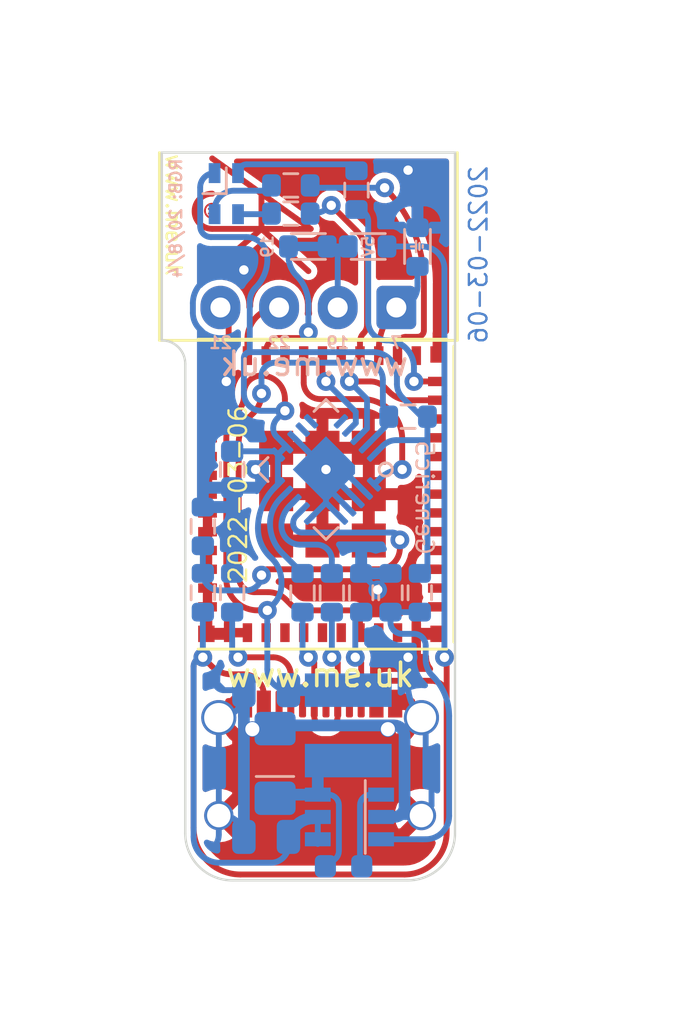
<source format=kicad_pcb>
(kicad_pcb (version 20211014) (generator pcbnew)
  (title_block (title "Generic ESP32-PICO-MINI Module") (date "${DATE}") (rev "1") (company "Adrian Kennard, Andrews & Arnold Ltd"))
  (layers (0 "F.Cu" signal) (31 "B.Cu" signal) (34 "B.Paste" user) (35 "F.Paste" user) (36 "B.SilkS" user "B.Silkscreen") (37 "F.SilkS" user "F.Silkscreen") (38 "B.Mask" user) (39 "F.Mask" user) (44 "Edge.Cuts" user))
  (property "DATE" "2022-03-06")
  (net 0 "")
  (net 1 "GND")
  (net 2 "VBUS")
  (net 3 "+3V3")
  (net 4 "IO2")
  (net 5 "IO1")
  (net 6 "IO4")
  (net 7 "IO3")
  (net 11 "Net-(J2-PadA7)")
  (net 12 "Net-(J2-PadA6)")
  (net 13 "Net-(J2-PadB5)")
  (net 14 "R")
  (net 15 "G")
  (net 16 "B")
  (net 17 "D-")
  (net 18 "D+")
  (net 21 "EN")
  (net 24 "GPIO0")
  (net 27 "I")
  (net 28 "O")
  (net 30 "Net-(R10-Pad2)")
  (net 35 "Net-(R11-Pad2)")
  (net 42 "Net-(J2-PadA5)")
  (net 47 "Net-(D1-Pad2)")
  (net 48 "Net-(D1-Pad3)")
  (net 49 "Net-(D1-Pad4)")
  (net 50 "Net-(J1-Pad2)")
  (footprint "RevK:ESP32-PICO-MINI-02" (layer "F.Cu") (at 154.35 35.55 90)
    (fp_text reference "U1" hide)
    (fp_text value "ESP32-PICO-MINI-02")
  )
  (footprint "RevK:USC16-TR-Round" (layer "F.Cu") (at 154.25 51.35)
    (fp_text reference "J2" hide)
    (fp_text value "USB-C")
  )
  (footprint "RevK:Molex_MiniSPOX_H4RA" (layer "F.Cu") (at 153.75 27.6 180)
    (fp_text reference "J1" hide)
    (fp_text value "Conn_01x04")
  )
  (footprint "RevK:AJK" (layer "F.Cu") (at 151.75 24.25 -90)
    (fp_text reference "Logo1" hide)
    (fp_text value "AJK" hide)
  )
  (footprint "RevK:RegulatorBlockFB" (layer "B.Cu") (at 155.5 49.3 90)
    (fp_text reference "U3" hide)
    (fp_text value "LMR16006+FB")
  )
  (footprint "RevK:R_0603" (layer "B.Cu") (at 149.25 39.75 90)
    (fp_text reference "R11" hide)
    (fp_text value "4k7")
  )
  (footprint "RevK:R_0603" (layer "B.Cu") (at 157.25 39.75 -90)
    (fp_text reference "R10" hide)
    (fp_text value "3M 1% or NF")
  )
  (footprint "RevK:R_0603" (layer "B.Cu") (at 153.5 39.75 90)
    (fp_text reference "R7" hide)
    (fp_text value "27R")
  )
  (footprint "RevK:R_0603" (layer "B.Cu") (at 155.8 22.6 -90)
    (fp_text reference "R4" hide)
    (fp_text value "220R")
  )
  (footprint "RevK:Hidden" (layer "B.Cu") (at 151.95 50.15 180)
    (fp_text reference "C3" hide)
    (fp_text value "2.2uF")
  )
  (footprint "RevK:C_0603" (layer "B.Cu") (at 150.5 34.5 -90)
    (fp_text reference "C1" hide)
    (fp_text value "100nF")
  )
  (footprint "RevK:Hidden" (layer "B.Cu") (at 152.33 47.02 -90)
    (fp_text reference "D2" hide)
    (fp_text value "Schottky")
  )
  (footprint "RevK:Hidden" (layer "B.Cu") (at 155.25 51.4 180)
    (fp_text reference "C2" hide)
    (fp_text value "0.1uF")
  )
  (footprint "RevK:Hidden" (layer "B.Cu") (at 151.95 43.9 180)
    (fp_text reference "C4" hide)
    (fp_text value "10uF")
  )
  (footprint "RevK:R_0603" (layer "B.Cu") (at 158 32.25 180)
    (fp_text reference "R1" hide)
    (fp_text value "10k")
  )
  (footprint "RevK:R_0603" (layer "B.Cu") (at 158.5 39.75 -90)
    (fp_text reference "R9" hide)
    (fp_text value "10M 1% or 0R")
  )
  (footprint "RevK:R_0603" (layer "B.Cu") (at 153 23.6)
    (fp_text reference "R3" hide)
    (fp_text value "2K")
  )
  (footprint "RevK:Pad_0603_Open" (layer "B.Cu") (at 158.4 25 -90)
    (fp_text reference "JP1" hide)
    (fp_text value "Jumper_2_Open")
  )
  (footprint "RevK:R_0603" (layer "B.Cu") (at 154.75 39.75 90)
    (fp_text reference "R8" hide)
    (fp_text value "27R")
  )
  (footprint "RevK:R_0603" (layer "B.Cu") (at 149.25 36.925 90)
    (fp_text reference "R12" hide)
    (fp_text value "10k")
  )
  (footprint "RevK:R_0603" (layer "B.Cu") (at 150.5 39.75 90)
    (fp_text reference "R5" hide)
    (fp_text value "5K1")
  )
  (footprint "RevK:Hidden" (layer "B.Cu") (at 155.5 45.4 -90)
    (fp_text reference "L1" hide)
    (fp_text value "6.8uH")
  )
  (footprint "RevK:R_0603" (layer "B.Cu") (at 153 22.4)
    (fp_text reference "R2" hide)
    (fp_text value "680R")
  )
  (footprint "RevK:QFN-20-1EP_4x4mm_P0.5mm_EP2.5x2.5mm" (layer "B.Cu") (at 154.5 34.5 135)
    (fp_text reference "U2" hide)
    (fp_text value "FT231XQ")
  )
  (footprint "RevK:R_0603" (layer "B.Cu") (at 156 39.75 -90)
    (fp_text reference "R6" hide)
    (fp_text value "5K1")
  )
  (footprint "RevK:Pad_0603_Open" (layer "B.Cu") (at 156.3 25 180)
    (fp_text reference "JP2" hide)
    (fp_text value "Jumper_2_Open")
  )
  (footprint "RevK:LED-RGB-1.6x1.6" (layer "B.Cu") (at 150.25 22.75 90)
    (fp_text reference "D1" hide)
    (fp_text value "RGB")
  )
  (footprint "RevK:Pad_0603_Bridged" (layer "B.Cu") (at 153.75 25 180)
    (fp_text reference "JP3" hide)
    (fp_text value "Jumper_2_Bridged")
  )
  (gr_arc (start 160 50) (mid 159.414214 51.414214) (end 158 52) (layer "Edge.Cuts") (width 0.1))
  (gr_arc (start 150.5 52) (mid 149.085786 51.414214) (end 148.5 50) (layer "Edge.Cuts") (width 0.1))
  (gr_line (start 160 50) (end 160 21) (layer "Edge.Cuts") (width 0.1))
  (gr_line (start 150.5 52) (end 158 52) (layer "Edge.Cuts") (width 0.1))
  (gr_line (start 148.5 30) (end 148.5 50) (layer "Edge.Cuts") (width 0.1))
  (gr_line (start 160 21) (end 147.5 21) (layer "Edge.Cuts") (width 0.1))
  (gr_arc (start 147.5 29) (mid 148.207107 29.292893) (end 148.5 30) (layer "Edge.Cuts") (width 0.1))
  (gr_line (start 147.5 21) (end 147.5 29) (layer "Edge.Cuts") (width 0.1))
  (gr_text "${DATE}" (at 161 21.5 90) (layer "B.Cu") (effects (font (size 0.75 0.75) (thickness 0.1)) (justify left mirror)))
  (gr_text "5V" (at 156.3 25 90) (layer "B.SilkS") (effects (font (size 0.5 0.5) (thickness 0.1)) (justify mirror)))
  (gr_text "22" (at 152.5 29.1) (layer "B.SilkS") (effects (font (size 0.5 0.5) (thickness 0.1)) (justify mirror)))
  (gr_text "19" (at 152 25 90) (layer "B.SilkS") (effects (font (size 0.5 0.5) (thickness 0.1)) (justify mirror)))
  (gr_text "19" (at 155 29.1) (layer "B.SilkS") (effects (font (size 0.5 0.5) (thickness 0.1)) (justify mirror)))
  (gr_text "21" (at 150 29.1) (layer "B.SilkS") (effects (font (size 0.5 0.5) (thickness 0.1)) (justify mirror)))
  (gr_text "RGB: 20/8/4" (at 148.1 21.2 90) (layer "B.SilkS") (effects (font (size 0.5 0.5) (thickness 0.1)) (justify left mirror)))
  (gr_text "Generic5" (at 158.7 35.7 270) (layer "B.SilkS") (effects (font (size 0.75 0.75) (thickness 0.1)) (justify mirror)))
  (gr_text "⏚" (at 158.4 25 90) (layer "B.SilkS") (effects (font (size 0.5 0.5) (thickness 0.1)) (justify mirror)))
  (gr_text "www.me.uk" (at 154 30) (layer "B.SilkS") (effects (font (size 1 1)) (justify mirror)))
  (gr_text "7" (at 157.5 29.1) (layer "B.SilkS") (effects (font (size 0.5 0.5) (thickness 0.1)) (justify mirror)))
  (gr_text "www.me.uk" (at 154.25 43.25) (layer "F.SilkS") (effects (font (size 1 1))))
  (segment (start 152.375 33.575) (end 152.375 33.625) (width 0.25) (layer "F.Cu") (net 1))
  (segment (start 152.375 33.625) (end 151.5 34.5) (width 0.25) (layer "F.Cu") (net 1))
  (via (at 150.25 30.75) (size 0.8) (drill 0.4) (layers "F.Cu" "B.Cu") (net 1))
  (via (at 158 42.5) (size 0.8) (drill 0.4) (layers "F.Cu" "B.Cu") (net 1))
  (via (at 154.5 34.5) (size 0.8) (drill 0.4) (layers "F.Cu" "B.Cu") (net 1))
  (via (at 151 26) (size 0.8) (drill 0.4) (layers "F.Cu" "B.Cu") (net 1))
  (via (at 156.704194 39.62276) (size 0.8) (drill 0.4) (layers "F.Cu" "B.Cu") (net 1))
  (via (at 151.5 34.5) (size 0.8) (drill 0.4) (layers "F.Cu" "B.Cu") (net 1))
  (via (at 158 21.75) (size 0.8) (drill 0.4) (layers "F.Cu" "B.Cu") (net 1))
  (segment (start 154.5 35.914214) (end 154.5 34.5) (width 0.25) (layer "B.Cu") (net 1))
  (segment (start 149.93 49.24) (end 149.93 47.68) (width 0.25) (layer "B.Cu") (net 1))
  (segment (start 155.843503 35.843503) (end 154.5 34.5) (width 0.25) (layer "B.Cu") (net 1))
  (segment (start 150.563172 26) (end 151 26) (width 0.25) (layer "B.Cu") (net 1))
  (segment (start 158.75 46.75) (end 159 47) (width 0.25) (layer "B.Cu") (net 1))
  (segment (start 155.207107 34.5) (end 154.5 34.5) (width 0.25) (layer "B.Cu") (net 1))
  (segment (start 149.93 49.24) (end 149.93 50.044731) (width 0.25) (layer "B.Cu") (net 1))
  (segment (start 149.25 28.72071) (end 149.25 36.1) (width 0.25) (layer "B.Cu") (net 1))
  (segment (start 149.93 49.24) (end 150.09 49.24) (width 0.25) (layer "B.Cu") (net 1))
  (segment (start 153.863604 36.55061) (end 154.5 35.914214) (width 0.25) (layer "B.Cu") (net 1))
  (segment (start 153.156497 33.156497) (end 154.375 34.375) (width 0.25) (layer "B.Cu") (net 1))
  (segment (start 155.136396 36.55061) (end 154.5 35.914214) (width 0.25) (layer "B.Cu") (net 1))
  (segment (start 151.36 45.56) (end 152.3075 45.56) (width 0.25) (layer "B.Cu") (net 1))
  (segment (start 151 43.9) (end 151 44) (width 0.25) (layer "B.Cu") (net 1))
  (segment (start 156.197056 35.489949) (end 155.207107 34.5) (width 0.25) (layer "B.Cu") (net 1))
  (segment (start 149.93 46.82) (end 149.93 45.07) (width 0.25) (layer "B.Cu") (net 1))
  (segment (start 150.15 43.9) (end 149.75 43.5) (width 0.25) (layer "B.Cu") (net 1))
  (segment (start 156.006434 38.925) (end 156.704194 39.62276) (width 0.25) (layer "B.Cu") (net 1))
  (segment (start 158.51 49.3) (end 156.85 49.3) (width 0.25) (layer "B.Cu") (net 1))
  (segment (start 149.93 47.68) (end 149.5 47.25) (width 0.25) (layer "B.Cu") (net 1))
  (segment (start 159 47) (end 159 48.81) (width 0.25) (layer "B.Cu") (net 1))
  (segment (start 158.57 45.07) (end 158.75 45.25) (width 0.25) (layer "B.Cu") (net 1))
  (segment (start 159 48.81) (end 158.57 49.24) (width 0.25) (layer "B.Cu") (net 1))
  (segment (start 151 43.9) (end 150.15 43.9) (width 0.25) (layer "B.Cu") (net 1))
  (segment (start 148.82548 27.418815) (end 148.82548 27.825119) (width 0.25) (layer "B.Cu") (net 1))
  (segment (start 155.489949 36.197056) (end 154.5 35.207107) (width 0.25) (layer "B.Cu") (net 1))
  (segment (start 152.3075 45.56) (end 152.33 45.5375) (width 0.25) (layer "B.Cu") (net 1))
  (segment (start 158.75 45.25) (end 158.75 46.75) (width 0.25) (layer "B.Cu") (net 1))
  (segment (start 149.5 47.25) (end 149.93 46.82) (width 0.25) (layer "B.Cu") (net 1))
  (segment (start 158 42.5) (end 158 43.693899) (width 0.25) (layer "B.Cu") (net 1))
  (segment (start 154.375 34.375) (end 154.5 34.5) (width 0.25) (layer "B.Cu") (net 1))
  (segment (start 149.108578 28.508578) (end 149.2 28.6) (width 0.25) (layer "B.Cu") (net 1))
  (segment (start 156 38.925) (end 156.006434 38.925) (width 0.25) (layer "B.Cu") (net 1))
  (arc (start 150.09 49.24) (mid 150.733467 49.506533) (end 151 50.15) (width 0.25) (layer "B.Cu") (net 1))
  (arc (start 151 44) (mid 150.686604 44.756604) (end 149.93 45.07) (width 0.25) (layer "B.Cu") (net 1))
  (arc (start 149.175 26.575) (mid 148.916317 26.962145) (end 148.82548 27.418815) (width 0.25) (layer "B.Cu") (net 1))
  (arc (start 148.82548 27.825119) (mid 148.899055 28.195004) (end 149.108578 28.508578) (width 0.25) (layer "B.Cu") (net 1))
  (arc (start 150.15 43.9) (mid 149.867157 43.782843) (end 149.75 43.5) (width 0.25) (layer "B.Cu") (net 1))
  (arc (start 149.2 28.6) (mid 149.237005 28.655382) (end 149.25 28.72071) (width 0.25) (layer "B.Cu") (net 1))
  (arc (start 149.93 50.044731) (mid 149.870225 50.34524) (end 149.7 50.6) (width 0.25) (layer "B.Cu") (net 1))
  (arc (start 149.175 26.575) (mid 149.811898 26.149438) (end 150.563172 26) (width 0.25) (layer "B.Cu") (net 1))
  (arc (start 158 43.693899) (mid 158.148138 44.438639) (end 158.57 45.07) (width 0.25) (layer "B.Cu") (net 1))
  (arc (start 158.57 49.24) (mid 158.552426 49.282426) (end 158.51 49.3) (width 0.25) (layer "B.Cu") (net 1))
  (segment (start 156.65 44.49) (end 156.65 43.95) (width 0.25) (layer "F.Cu") (net 2))
  (segment (start 150.975499 43.224501) (end 150.475499 43.224501) (width 0.25) (layer "F.Cu") (net 2))
  (segment (start 149.25 42.5) (end 149.620242 42.870242) (width 0.25) (layer "F.Cu") (net 2))
  (segment (start 159.644511 49.955489) (end 159.644511 44.355489) (width 0.25) (layer "F.Cu") (net 2))
  (segment (start 159 43.5) (end 157.1 43.5) (width 0.25) (layer "F.Cu") (net 2))
  (segment (start 159.644511 44.355489) (end 159.644511 44.144511) (width 0.25) (layer "F.Cu") (net 2))
  (segment (start 150.85 51.75) (end 157.85 51.75) (width 0.25) (layer "F.Cu") (net 2))
  (segment (start 159.644511 44.355489) (end 159.644511 42.726962) (width 0.25) (layer "F.Cu") (net 2))
  (segment (start 148.855489 42.894511) (end 148.855489 49.755489) (width 0.25) (layer "F.Cu") (net 2))
  (segment (start 151.85 44.49) (end 151.85 44.099002) (width 0.25) (layer "F.Cu") (net 2))
  (via (at 149.25 42.5) (size 0.8) (drill 0.4) (layers "F.Cu" "B.Cu") (net 2))
  (via (at 159.5505 42.5) (size 0.8) (drill 0.4) (layers "F.Cu" "B.Cu") (net 2))
  (arc (start 149.620242 42.870242) (mid 150.012638 43.132432) (end 150.475499 43.224501) (width 0.25) (layer "F.Cu") (net 2))
  (arc (start 149.25 42.5) (mid 148.971039 42.61555) (end 148.855489 42.894511) (width 0.25) (layer "F.Cu") (net 2))
  (arc (start 159.644511 42.726962) (mid 159.620078 42.604131) (end 159.5505 42.5) (width 0.25) (layer "F.Cu") (net 2))
  (arc (start 157.85 51.75) (mid 159.118911 51.2244) (end 159.644511 49.955489) (width 0.25) (layer "F.Cu") (net 2))
  (arc (start 151.85 44.099002) (mid 151.593865 43.480636) (end 150.975499 43.224501) (width 0.25) (layer "F.Cu") (net 2))
  (arc (start 159.644511 44.144511) (mid 159.455738 43.688773) (end 159 43.5) (width 0.25) (layer "F.Cu") (net 2))
  (arc (start 148.855489 49.755489) (mid 149.439668 51.165821) (end 150.85 51.75) (width 0.25) (layer "F.Cu") (net 2))
  (arc (start 156.65 43.95) (mid 156.781802 43.631802) (end 157.1 43.5) (width 0.25) (layer "F.Cu") (net 2))
  (segment (start 152.9 50.15) (end 152.9 50.5) (width 0.25) (layer "B.Cu") (net 2))
  (segment (start 159.54952 31.34952) (end 159.54952 42.497635) (width 0.25) (layer "B.Cu") (net 2))
  (segment (start 154.15 49.5) (end 154.15 50.45) (width 0.25) (layer "B.Cu") (net 2))
  (segment (start 152.15 51.25) (end 149.960978 51.25) (width 0.25) (layer "B.Cu") (net 2))
  (segment (start 159.54952 31.34952) (end 159.54952 25.94952) (width 0.25) (layer "B.Cu") (net 2))
  (segment (start 149.25 42.5) (end 149.25 40.575) (width 0.25) (layer "B.Cu") (net 2))
  (segment (start 157.125 25) (end 158.6 25) (width 0.25) (layer "B.Cu") (net 2))
  (segment (start 148.855489 50.144511) (end 148.855489 42.894511) (width 0.25) (layer "B.Cu") (net 2))
  (arc (start 152.9 50.5) (mid 152.68033 51.03033) (end 152.15 51.25) (width 0.25) (layer "B.Cu") (net 2))
  (arc (start 149.960978 51.25) (mid 149.179279 50.92621) (end 148.855489 50.144511) (width 0.25) (layer "B.Cu") (net 2))
  (arc (start 159.54952 25.94952) (mid 159.271412 25.278108) (end 158.6 25) (width 0.25) (layer "B.Cu") (net 2))
  (arc (start 159.54952 42.497635) (mid 159.549775 42.498915) (end 159.5505 42.5) (width 0.25) (layer "B.Cu") (net 2))
  (arc (start 149.25 42.5) (mid 148.971039 42.61555) (end 148.855489 42.894511) (width 0.25) (layer "B.Cu") (net 2))
  (segment (start 151 31.25) (end 151 31.396447) (width 0.25) (layer "F.Cu") (net 3))
  (segment (start 150.25 33.207106) (end 150.25 39.160304) (width 0.25) (layer "F.Cu") (net 3))
  (segment (start 152 41.4) (end 151.95 41.45) (width 0.25) (layer "F.Cu") (net 3))
  (segment (start 152.75 32) (end 152.75 31.5) (width 0.25) (layer "F.Cu") (net 3))
  (segment (start 151.589696 40.5) (end 152 40.5) (width 0.25) (layer "F.Cu") (net 3))
  (segment (start 152 40.5) (end 152 41.4) (width 0.25) (layer "F.Cu") (net 3))
  (via (at 152.75 32) (size 0.8) (drill 0.4) (layers "F.Cu" "B.Cu") (net 3))
  (via (at 152 40.5) (size 0.8) (drill 0.4) (layers "F.Cu" "B.Cu") (net 3))
  (arc (start 152.75 31.5) (mid 152.457107 30.792893) (end 151.75 30.5) (width 0.25) (layer "F.Cu") (net 3))
  (arc (start 151 31.396447) (mid 150.935027 31.723087) (end 150.75 32) (width 0.25) (layer "F.Cu") (net 3))
  (arc (start 151.75 30.5) (mid 151.21967 30.71967) (end 151 31.25) (width 0.25) (layer "F.Cu") (net 3))
  (arc (start 150.25 39.160304) (mid 150.642388 40.107612) (end 151.589696 40.5) (width 0.25) (layer "F.Cu") (net 3))
  (arc (start 150.75 32) (mid 150.379946 32.553825) (end 150.25 33.207106) (width 0.25) (layer "F.Cu") (net 3))
  (segment (start 152.6 39.4) (end 152.6 39.265685) (width 0.25) (layer "B.Cu") (net 3))
  (segment (start 157.525499 30.525499) (end 157.525499 30.865329) (width 0.25) (layer "B.Cu") (net 3))
  (segment (start 157.7625 31.4375) (end 158.575 32.25) (width 0.25) (layer "B.Cu") (net 3))
  (segment (start 152.396447 33.103554) (end 152.802944 33.510051) (width 0.25) (layer "B.Cu") (net 3))
  (segment (start 152.094975 38.194974) (end 152.2 38.3) (width 0.25) (layer "B.Cu") (net 3))
  (segment (start 152 40.5) (end 152.246447 40.253554) (width 0.25) (layer "B.Cu") (net 3))
  (segment (start 152.44939 33.863604) (end 152.44939 35.136396) (width 0.25) (layer "B.Cu") (net 3))
  (segment (start 151.25 27.353553) (end 151.25 29.5) (width 0.25) (layer "B.Cu") (net 3))
  (segment (start 157.5 33.25) (end 158.75 33.25) (width 0.25) (layer "B.Cu") (net 3))
  (segment (start 152 40.5) (end 152 43) (width 0.25) (layer "B.Cu") (net 3))
  (segment (start 152.44939 33.863604) (end 152.449391 33.863604) (width 0.25) (layer "B.Cu") (net 3))
  (segment (start 151.25 29.5) (end 156.5 29.5) (width 0.25) (layer "B.Cu") (net 3))
  (segment (start 156.55061 33.863604) (end 156.926777 33.487437) (width 0.25) (layer "B.Cu") (net 3))
  (segment (start 158.825 32.25) (end 158.825 33.175) (width 0.25) (layer "B.Cu") (net 3))
  (segment (start 152.75 32) (end 151.75 32) (width 0.25) (layer "B.Cu") (net 3))
  (segment (start 152 25.542894) (end 152 25.5) (width 0.25) (layer "B.Cu") (net 3))
  (segment (start 149.6 24.6) (end 151.1 24.6) (width 0.25) (layer "B.Cu") (net 3))
  (segment (start 149.136022 22.488978) (end 149.136022 24.136022) (width 0.25) (layer "B.Cu") (net 3))
  (segment (start 152.44939 33.863604) (end 152.310786 33.725) (width 0.25) (layer "B.Cu") (net 3))
  (segment (start 152.449391 33.863604) (end 152.802944 33.510051) (width 0.25) (layer "B.Cu") (net 3))
  (segment (start 151 31.25) (end 151 29.75) (width 0.25) (layer "B.Cu") (net 3))
  (segment (start 152.44939 35.136396) (end 152.317158 35.268628) (width 0.25) (layer "B.Cu") (net 3))
  (segment (start 152.310786 33.725) (end 150.5 33.725) (width 0.25) (layer "B.Cu") (net 3))
  (segment (start 152.75 32) (end 152.426777 32.323223) (width 0.25) (layer "B.Cu") (net 3))
  (segment (start 158.825 33.175) (end 158.825 38.6) (width 0.25) (layer "B.Cu") (net 3))
  (arc (start 152 43) (mid 152.263604 43.636396) (end 152.9 43.9) (width 0.25) (layer "B.Cu") (net 3))
  (arc (start 152.426777 32.323223) (mid 152.295943 32.51903) (end 152.25 32.75) (width 0.25) (layer "B.Cu") (net 3))
  (arc (start 157.525499 30.865329) (mid 157.587094 31.174985) (end 157.7625 31.4375) (width 0.25) (layer "B.Cu") (net 3))
  (arc (start 158.75 33.25) (mid 158.803033 33.228033) (end 158.825 33.175) (width 0.25) (layer "B.Cu") (net 3))
  (arc (start 152.317158 35.268628) (mid 151.786383 36.062988) (end 151.6 37) (width 0.25) (layer "B.Cu") (net 3))
  (arc (start 149.136022 24.136022) (mid 149.271918 24.464104) (end 149.6 24.6) (width 0.25) (layer "B.Cu") (net 3))
  (arc (start 149.75 21.875) (mid 149.315852 22.05483) (end 149.136022 22.488978) (width 0.25) (layer "B.Cu") (net 3))
  (arc (start 151 29.75) (mid 151.073223 29.573223) (end 151.25 29.5) (width 0.25) (layer "B.Cu") (net 3))
  (arc (start 156.5 29.5) (mid 157.225137 29.800362) (end 157.525499 30.525499) (width 0.25) (layer "B.Cu") (net 3))
  (arc (start 151.5 26.75) (mid 151.314973 27.026912) (end 151.25 27.353553) (width 0.25) (layer "B.Cu") (net 3))
  (arc (start 152.246447 40.253554) (mid 152.508114 39.86194) (end 152.6 39.4) (width 0.25) (layer "B.Cu") (net 3))
  (arc (start 152 25.5) (mid 151.736396 24.863604) (end 151.1 24.6) (width 0.25) (layer "B.Cu") (net 3))
  (arc (start 151.6 37) (mid 151.72864 37.646715) (end 152.094975 38.194974) (width 0.25) (layer "B.Cu") (net 3))
  (arc (start 152.25 32.75) (mid 152.28806 32.941342) (end 152.396447 33.103554) (width 0.25) (layer "B.Cu") (net 3))
  (arc (start 158.825 38.6) (mid 158.72981 38.82981) (end 158.5 38.925) (width 0.25) (layer "B.Cu") (net 3))
  (arc (start 156.926777 33.487437) (mid 157.189774 33.311708) (end 157.5 33.25) (width 0.25) (layer "B.Cu") (net 3))
  (arc (start 152 25.542894) (mid 151.870054 26.196175) (end 151.5 26.75) (width 0.25) (layer "B.Cu") (net 3))
  (arc (start 151.75 32) (mid 151.21967 31.78033) (end 151 31.25) (width 0.25) (layer "B.Cu") (net 3))
  (arc (start 152.6 39.265685) (mid 152.496043 38.74306) (end 152.2 38.3) (width 0.25) (layer "B.Cu") (net 3))
  (segment (start 153.500498 28.9) (end 152.5 28.9) (width 0.25) (layer "F.Cu") (net 4))
  (segment (start 151.95 29.45) (end 151.95 29.65) (width 0.25) (layer "F.Cu") (net 4))
  (segment (start 153.75 28.650498) (end 153.500498 28.9) (width 0.25) (layer "F.Cu") (net 4))
  (via (at 153.75 28.650498) (size 0.8) (drill 0.4) (layers "F.Cu" "B.Cu") (net 4))
  (arc (start 152.5 28.9) (mid 152.111091 29.061091) (end 151.95 29.45) (width 0.25) (layer "F.Cu") (net 4))
  (segment (start 153.75 27.457106) (end 153.75 28.650498) (width 0.25) (layer "B.Cu") (net 4))
  (segment (start 152.9 25) (end 152.9 25.405026) (width 0.25) (layer "B.Cu") (net 4))
  (arc (start 152.9 25.405026) (mid 152.990962 25.862322) (end 153.25 26.25) (width 0.25) (layer "B.Cu") (net 4))
  (arc (start 153.25 26.25) (mid 153.620054 26.803825) (end 153.75 27.457106) (width 0.25) (layer "B.Cu") (net 4))
  (segment (start 156.75 29.65) (end 156.75 29.41066) (width 0.25) (layer "F.Cu") (net 5))
  (arc (start 156.75 29.41066) (mid 156.944919 28.430738) (end 157.5 27.6) (width 0.25) (layer "F.Cu") (net 5))
  (segment (start 158.4 25.85) (end 158.4 26.7) (width 0.25) (layer "B.Cu") (net 5))
  (arc (start 158.4 26.7) (mid 158.136396 27.336396) (end 157.5 27.6) (width 0.25) (layer "B.Cu") (net 5))
  (segment (start 150.35 29.65) (end 150.35 27.95) (width 0.25) (layer "F.Cu") (net 6))
  (arc (start 150.35 27.95) (mid 150.247487 27.702513) (end 150 27.6) (width 0.25) (layer "F.Cu") (net 6))
  (segment (start 151.15 29.65) (end 151.15 28.95) (width 0.25) (layer "F.Cu") (net 7))
  (arc (start 151.15 28.95) (mid 151.545406 27.995406) (end 152.5 27.6) (width 0.25) (layer "F.Cu") (net 7))
  (segment (start 154.5 44) (end 154.5 44.49) (width 0.25) (layer "F.Cu") (net 11))
  (segment (start 153.5 44.49) (end 153.5 44) (width 0.25) (layer "F.Cu") (net 11))
  (segment (start 154 43.5) (end 154 42.75) (width 0.25) (layer "F.Cu") (net 11))
  (via (at 153.75 42.5) (size 0.8) (drill 0.4) (layers "F.Cu" "B.Cu") (net 11))
  (arc (start 154 42.75) (mid 153.926777 42.573223) (end 153.75 42.5) (width 0.25) (layer "F.Cu") (net 11))
  (arc (start 154 43.5) (mid 154.353553 43.646447) (end 154.5 44) (width 0.25) (layer "F.Cu") (net 11))
  (arc (start 153.5 44) (mid 153.646447 43.646447) (end 154 43.5) (width 0.25) (layer "F.Cu") (net 11))
  (segment (start 153.5 40.575) (end 153.5 42.25) (width 0.25) (layer "B.Cu") (net 11))
  (arc (start 153.5 42.25) (mid 153.573223 42.426777) (end 153.75 42.5) (width 0.25) (layer "B.Cu") (net 11))
  (segment (start 154 44.49) (end 154 45) (width 0.25) (layer "F.Cu") (net 12))
  (segment (start 155 42.75) (end 155 44.49) (width 0.25) (layer "F.Cu") (net 12))
  (segment (start 155 45) (end 155 44.49) (width 0.25) (layer "F.Cu") (net 12))
  (via (at 154.75 42.5) (size 0.8) (drill 0.4) (layers "F.Cu" "B.Cu") (net 12))
  (arc (start 154.5 45.5) (mid 154.853553 45.353553) (end 155 45) (width 0.25) (layer "F.Cu") (net 12))
  (arc (start 154 45) (mid 154.146447 45.353553) (end 154.5 45.5) (width 0.25) (layer "F.Cu") (net 12))
  (arc (start 154.75 42.5) (mid 154.926777 42.573223) (end 155 42.75) (width 0.25) (layer "F.Cu") (net 12))
  (segment (start 154.75 40.575) (end 154.75 42.5) (width 0.25) (layer "B.Cu") (net 12))
  (segment (start 156 44.49) (end 156 42.75) (width 0.25) (layer "F.Cu") (net 13))
  (via (at 155.75 42.5) (size 0.8) (drill 0.4) (layers "F.Cu" "B.Cu") (net 13))
  (arc (start 156 42.75) (mid 155.926777 42.573223) (end 155.75 42.5) (width 0.25) (layer "F.Cu") (net 13))
  (segment (start 155.75 42.5) (end 155.75 40.825) (width 0.25) (layer "B.Cu") (net 13))
  (arc (start 155.75 40.825) (mid 155.823223 40.648223) (end 156 40.575) (width 0.25) (layer "B.Cu") (net 13))
  (segment (start 157.55 29.65) (end 157.55 29.2) (width 0.25) (layer "F.Cu") (net 14))
  (segment (start 158.67452 28.57548) (end 158.67452 26.92452) (width 0.25) (layer "F.Cu") (net 14))
  (segment (start 157.90048 28.84952) (end 158.40048 28.84952) (width 0.25) (layer "F.Cu") (net 14))
  (segment (start 158.67452 26.542648) (end 158.67452 26.92452) (width 0.25) (layer "F.Cu") (net 14))
  (via (at 157 22.5) (size 0.8) (drill 0.4) (layers "F.Cu" "B.Cu") (net 14))
  (arc (start 157.55 29.2) (mid 157.652653 28.952173) (end 157.90048 28.84952) (width 0.25) (layer "F.Cu") (net 14))
  (arc (start 157 22.5) (mid 158.239326 24.354783) (end 158.67452 26.542648) (width 0.25) (layer "F.Cu") (net 14))
  (arc (start 158.40048 28.84952) (mid 158.594256 28.769256) (end 158.67452 28.57548) (width 0.25) (layer "F.Cu") (net 14))
  (segment (start 153.92452 22.49952) (end 156.99952 22.49952) (width 0.25) (layer "B.Cu") (net 14))
  (segment (start 153.825 22.4) (end 153.92452 22.49952) (width 0.25) (layer "B.Cu") (net 14))
  (arc (start 156.99952 22.49952) (mid 156.999859 22.499661) (end 157 22.5) (width 0.25) (layer "B.Cu") (net 14))
  (segment (start 155.95 29.65) (end 155.95 29.062132) (width 0.25) (layer "F.Cu") (net 15))
  (segment (start 156.25 28.337868) (end 156.25 25.429197) (width 0.25) (layer "F.Cu") (net 15))
  (segment (start 154.7255 23.25) (end 155.787059 24.311559) (width 0.25) (layer "F.Cu") (net 15))
  (via (at 154.7255 23.25) (size 0.8) (drill 0.4) (layers "F.Cu" "B.Cu") (net 15))
  (arc (start 156.1 28.7) (mid 156.211017 28.533852) (end 156.25 28.337868) (width 0.25) (layer "F.Cu") (net 15))
  (arc (start 155.95 29.062132) (mid 155.988984 28.866148) (end 156.1 28.7) (width 0.25) (layer "F.Cu") (net 15))
  (arc (start 155.787059 24.311559) (mid 156.129685 24.824336) (end 156.25 25.429197) (width 0.25) (layer "F.Cu") (net 15))
  (segment (start 153.825 23.6) (end 153.880526 23.6) (width 0.25) (layer "B.Cu") (net 15))
  (arc (start 153.880526 23.6) (mid 154.337823 23.509038) (end 154.7255 23.25) (width 0.25) (layer "B.Cu") (net 15))
  (segment (start 159.25 30.75) (end 158.25 30.75) (width 0.25) (layer "F.Cu") (net 16))
  (via (at 158.25 30.75) (size 0.8) (drill 0.4) (layers "F.Cu" "B.Cu") (net 16))
  (segment (start 156.30048 23.92548) (end 156.30048 28.20048) (width 0.25) (layer "B.Cu") (net 16))
  (segment (start 158.25 30.15) (end 158.25 30.75) (width 0.25) (layer "B.Cu") (net 16))
  (arc (start 156.30048 28.20048) (mid 156.534654 28.765826) (end 157.1 29) (width 0.25) (layer "B.Cu") (net 16))
  (arc (start 155.8 23.425) (mid 156.153893 23.571587) (end 156.30048 23.92548) (width 0.25) (layer "B.Cu") (net 16))
  (arc (start 157.1 29) (mid 157.913173 29.336827) (end 158.25 30.15) (width 0.25) (layer "B.Cu") (net 16))
  (segment (start 152.802944 35.489949) (end 152.564865 35.728028) (width 0.25) (layer "B.Cu") (net 17))
  (segment (start 152.627388 38.052389) (end 153.5 38.925) (width 0.25) (layer "B.Cu") (net 17))
  (arc (start 152.114736 36.814736) (mid 152.24797 37.484549) (end 152.627388 38.052389) (width 0.25) (layer "B.Cu") (net 17))
  (arc (start 152.564865 35.728028) (mid 152.231721 36.226614) (end 152.114736 36.814736) (width 0.25) (layer "B.Cu") (net 17))
  (segment (start 153.156497 35.843503) (end 152.953554 36.046446) (width 0.25) (layer "B.Cu") (net 18))
  (segment (start 153.4 37.7) (end 154.1 37.7) (width 0.25) (layer "B.Cu") (net 18))
  (segment (start 154.75 38.35) (end 154.75 38.925) (width 0.25) (layer "B.Cu") (net 18))
  (arc (start 154.1 37.7) (mid 154.559619 37.890381) (end 154.75 38.35) (width 0.25) (layer "B.Cu") (net 18))
  (arc (start 152.953554 36.046446) (mid 152.691886 36.43806) (end 152.6 36.9) (width 0.25) (layer "B.Cu") (net 18))
  (arc (start 153.4 37.7) (mid 152.834315 37.465685) (end 152.6 36.9) (width 0.25) (layer "B.Cu") (net 18))
  (segment (start 150.775499 33.395546) (end 150.775499 33.974501) (width 0.25) (layer "F.Cu") (net 21))
  (segment (start 155.95 40.8) (end 155.95 41.45) (width 0.25) (layer "F.Cu") (net 21))
  (segment (start 151.449901 39.724501) (end 152.025499 39.724501) (width 0.25) (layer "F.Cu") (net 21))
  (segment (start 151.405143 32.094856) (end 151.25 32.25) (width 0.25) (layer "F.Cu") (net 21))
  (segment (start 152.791994 40.041993) (end 153 40.25) (width 0.25) (layer "F.Cu") (net 21))
  (segment (start 153.603553 40.5) (end 155.65 40.5) (width 0.25) (layer "F.Cu") (net 21))
  (segment (start 150.775499 33.974501) (end 150.775499 39.050099) (width 0.25) (layer "F.Cu") (net 21))
  (via (at 151.75 31.262299) (size 0.8) (drill 0.4) (layers "F.Cu" "B.Cu") (net 21))
  (arc (start 150.775499 39.050099) (mid 150.973027 39.526973) (end 151.449901 39.724501) (width 0.25) (layer "F.Cu") (net 21))
  (arc (start 151.75 31.262299) (mid 151.660375 31.712876) (end 151.405143 32.094856) (width 0.25) (layer "F.Cu") (net 21))
  (arc (start 152.025499 39.724501) (mid 152.440323 39.807015) (end 152.791994 40.041993) (width 0.25) (layer "F.Cu") (net 21))
  (arc (start 153 40.25) (mid 153.276912 40.435027) (end 153.603553 40.5) (width 0.25) (layer "F.Cu") (net 21))
  (arc (start 151.25 32.25) (mid 150.898818 32.775581) (end 150.775499 33.395546) (width 0.25) (layer "F.Cu") (net 21))
  (arc (start 155.65 40.5) (mid 155.862132 40.587868) (end 155.95 40.8) (width 0.25) (layer "F.Cu") (net 21))
  (segment (start 152.325087 29.949511) (end 156.199511 29.949511) (width 0.25) (layer "B.Cu") (net 21))
  (segment (start 156.925 30.675) (end 156.925 31.646447) (width 0.25) (layer "B.Cu") (net 21))
  (segment (start 156.97552 32.731587) (end 156.197056 33.510051) (width 0.25) (layer "B.Cu") (net 21))
  (segment (start 151.75 31.262299) (end 151.75 30.524598) (width 0.25) (layer "B.Cu") (net 21))
  (arc (start 151.75 30.524598) (mid 151.918439 30.11795) (end 152.325087 29.949511) (width 0.25) (layer "B.Cu") (net 21))
  (arc (start 156.199511 29.949511) (mid 156.712509 30.162002) (end 156.925 30.675) (width 0.25) (layer "B.Cu") (net 21))
  (arc (start 157.175 32.25) (mid 157.123157 32.510633) (end 156.97552 32.731587) (width 0.25) (layer "B.Cu") (net 21))
  (arc (start 156.925 31.646447) (mid 156.989973 31.973088) (end 157.175 32.25) (width 0.25) (layer "B.Cu") (net 21))
  (segment (start 157 31) (end 157.196446 31.196446) (width 0.25) (layer "F.Cu") (net 24))
  (segment (start 155.5 30.75) (end 156.396447 30.75) (width 0.25) (layer "F.Cu") (net 24))
  (segment (start 159.25 31.55) (end 158.05 31.55) (width 0.25) (layer "F.Cu") (net 24))
  (via (at 155.5 30.75) (size 0.8) (drill 0.4) (layers "F.Cu" "B.Cu") (net 24))
  (arc (start 157.196446 31.196446) (mid 157.58806 31.458114) (end 158.05 31.55) (width 0.25) (layer "F.Cu") (net 24))
  (arc (start 156.396447 30.75) (mid 156.723087 30.814973) (end 157 31) (width 0.25) (layer "F.Cu") (net 24))
  (segment (start 155.5 30.75) (end 156.25 31.5) (width 0.25) (layer "B.Cu") (net 24))
  (segment (start 156.25 32.75) (end 155.843503 33.156497) (width 0.25) (layer "B.Cu") (net 24))
  (segment (start 156.25 31.5) (end 156.25 32.75) (width 0.25) (layer "B.Cu") (net 24))
  (segment (start 154.35 29.65) (end 154.35 30.6) (width 0.25) (layer "F.Cu") (net 27))
  (segment (start 154.35 30.6) (end 154.5 30.75) (width 0.25) (layer "F.Cu") (net 27))
  (via (at 154.5 30.75) (size 0.8) (drill 0.4) (layers "F.Cu" "B.Cu") (net 27))
  (segment (start 155.770902 32.521991) (end 155.770902 32.045502) (width 0.25) (layer "B.Cu") (net 27))
  (segment (start 154.5 30.7746) (end 154.5 30.75) (width 0.25) (layer "B.Cu") (net 27))
  (segment (start 155.770902 32.045502) (end 154.5 30.7746) (width 0.25) (layer "B.Cu") (net 27))
  (segment (start 155.489949 32.802944) (end 155.770902 32.521991) (width 0.25) (layer "B.Cu") (net 27))
  (segment (start 157.75 33.207106) (end 157.75 34.5) (width 0.25) (layer "F.Cu") (net 28))
  (segment (start 153.55 29.65) (end 153.55 30.8) (width 0.25) (layer "F.Cu") (net 28))
  (segment (start 154.25 31.5) (end 156.042894 31.5) (width 0.25) (layer "F.Cu") (net 28))
  (via (at 157.75 34.5) (size 0.8) (drill 0.4) (layers "F.Cu" "B.Cu") (net 28))
  (arc (start 153.55 30.8) (mid 153.755025 31.294975) (end 154.25 31.5) (width 0.25) (layer "F.Cu") (net 28))
  (arc (start 157.25 32) (mid 157.620054 32.553825) (end 157.75 33.207106) (width 0.25) (layer "F.Cu") (net 28))
  (arc (start 156.042894 31.5) (mid 156.696175 31.629946) (end 157.25 32) (width 0.25) (layer "F.Cu") (net 28))
  (segment (start 156.788909 34.898097) (end 156.55061 35.136396) (width 0.25) (layer "B.Cu") (net 28))
  (arc (start 157.75 34.5) (mid 157.229861 34.603462) (end 156.788909 34.898097) (width 0.25) (layer "B.Cu") (net 28))
  (segment (start 157.75 41.5) (end 158.25 41.5) (width 0.25) (layer "B.Cu") (net 30))
  (segment (start 158.75 42) (end 158.75 42.585787) (width 0.25) (layer "B.Cu") (net 30))
  (segment (start 157.25 40.575) (end 157.25 41) (width 0.25) (layer "B.Cu") (net 30))
  (segment (start 157.25 40.575) (end 158.5 40.575) (width 0.25) (layer "B.Cu") (net 30))
  (segment (start 158.75 50.25) (end 156.85 50.25) (width 0.25) (layer "B.Cu") (net 30))
  (segment (start 159.75 45) (end 159.75 49.25) (width 0.25) (layer "B.Cu") (net 30))
  (arc (start 159.75 49.25) (mid 159.457107 49.957107) (end 158.75 50.25) (width 0.25) (layer "B.Cu") (net 30))
  (arc (start 157.25 41) (mid 157.396447 41.353553) (end 157.75 41.5) (width 0.25) (layer "B.Cu") (net 30))
  (arc (start 159.042893 43.292893) (mid 159.566229 44.07612) (end 159.75 45) (width 0.25) (layer "B.Cu") (net 30))
  (arc (start 158.75 42.585787) (mid 158.826121 42.96847) (end 159.042893 43.292893) (width 0.25) (layer "B.Cu") (net 30))
  (arc (start 158.25 41.5) (mid 158.603553 41.646447) (end 158.75 42) (width 0.25) (layer "B.Cu") (net 30))
  (segment (start 156.75 38.75) (end 152 38.75) (width 0.25) (layer "F.Cu") (net 35))
  (segment (start 157.649502 37.5) (end 157.649502 37.850498) (width 0.25) (layer "F.Cu") (net 35))
  (via (at 157.649502 37.5) (size 0.8) (drill 0.4) (layers "F.Cu" "B.Cu") (net 35))
  (via (at 151.75 39) (size 0.8) (drill 0.4) (layers "F.Cu" "B.Cu") (net 35))
  (arc (start 152 38.75) (mid 151.823223 38.823223) (end 151.75 39) (width 0.25) (layer "F.Cu") (net 35))
  (arc (start 157.649502 37.850498) (mid 157.386044 38.486542) (end 156.75 38.75) (width 0.25) (layer "F.Cu") (net 35))
  (segment (start 153.236396 36.470711) (end 153.510051 36.197056) (width 0.25) (layer "B.Cu") (net 35))
  (segment (start 149.25 38.925) (end 149.25 37.75) (width 0.25) (layer "B.Cu") (net 35))
  (segment (start 153.485116 37.185116) (end 157.334618 37.185116) (width 0.25) (layer "B.Cu") (net 35))
  (segment (start 151.10048 39.64952) (end 149.97452 39.64952) (width 0.25) (layer "B.Cu") (net 35))
  (arc (start 153.485116 37.185116) (mid 153.212798 37.072318) (end 153.1 36.8) (width 0.25) (layer "B.Cu") (net 35))
  (arc (start 151.75 39) (mid 151.55976 39.45928) (end 151.10048 39.64952) (width 0.25) (layer "B.Cu") (net 35))
  (arc (start 157.334618 37.185116) (mid 157.557275 37.277343) (end 157.649502 37.5) (width 0.25) (layer "B.Cu") (net 35))
  (arc (start 153.1 36.8) (mid 153.135448 36.62179) (end 153.236396 36.470711) (width 0.25) (layer "B.Cu") (net 35))
  (arc (start 149.97452 39.64952) (mid 149.462207 39.437313) (end 149.25 38.925) (width 0.25) (layer "B.Cu") (net 35))
  (segment (start 153 44.49) (end 153 43.25) (width 0.25) (layer "F.Cu") (net 42))
  (segment (start 152.25 42.5) (end 150.75 42.5) (width 0.25) (layer "F.Cu") (net 42))
  (via (at 150.75 42.5) (size 0.8) (drill 0.4) (layers "F.Cu" "B.Cu") (net 42))
  (arc (start 153 43.25) (mid 152.78033 42.71967) (end 152.25 42.5) (width 0.25) (layer "F.Cu") (net 42))
  (segment (start 150.5 40.575) (end 150.5 42.25) (width 0.25) (layer "B.Cu") (net 42))
  (arc (start 150.5 42.25) (mid 150.573223 42.426777) (end 150.75 42.5) (width 0.25) (layer "B.Cu") (net 42))
  (segment (start 150.575489 22.624511) (end 151.950489 22.624511) (width 0.25) (layer "B.Cu") (net 47))
  (segment (start 151.950489 22.624511) (end 152.175 22.4) (width 0.25) (layer "B.Cu") (net 47))
  (segment (start 149.75 23.625) (end 149.75 23.45) (width 0.25) (layer "B.Cu") (net 47))
  (arc (start 149.75 23.45) (mid 149.99178 22.866291) (end 150.575489 22.624511) (width 0.25) (layer "B.Cu") (net 47))
  (segment (start 152.15 23.625) (end 152.175 23.6) (width 0.25) (layer "B.Cu") (net 48))
  (segment (start 150.75 23.625) (end 152.15 23.625) (width 0.25) (layer "B.Cu") (net 48))
  (segment (start 151.12452 21.50048) (end 155.52548 21.50048) (width 0.25) (layer "B.Cu") (net 49))
  (arc (start 150.75 21.875) (mid 150.859694 21.610174) (end 151.12452 21.50048) (width 0.25) (layer "B.Cu") (net 49))
  (arc (start 155.52548 21.50048) (mid 155.719595 21.580885) (end 155.8 21.775) (width 0.25) (layer "B.Cu") (net 49))
  (segment (start 154.55 25) (end 155 25) (width 0.25) (layer "B.Cu") (net 50))
  (segment (start 155 25) (end 155.45 25) (width 0.25) (layer "B.Cu") (net 50))
  (segment (start 155 27.6) (end 155 25) (width 0.25) (layer "B.Cu") (net 50))
  (zone (net 1) (net_name "GND") (layers F&B.Cu) (connect_pads (clearance 0.254)) (min_thickness 0.254) (fill yes (thermal_gap 0.508) (thermal_bridge_width 0.508))
    (polygon (pts (xy 160 52) (xy 149 52) (xy 149 21) (xy 160 21)))
  )
)
</source>
